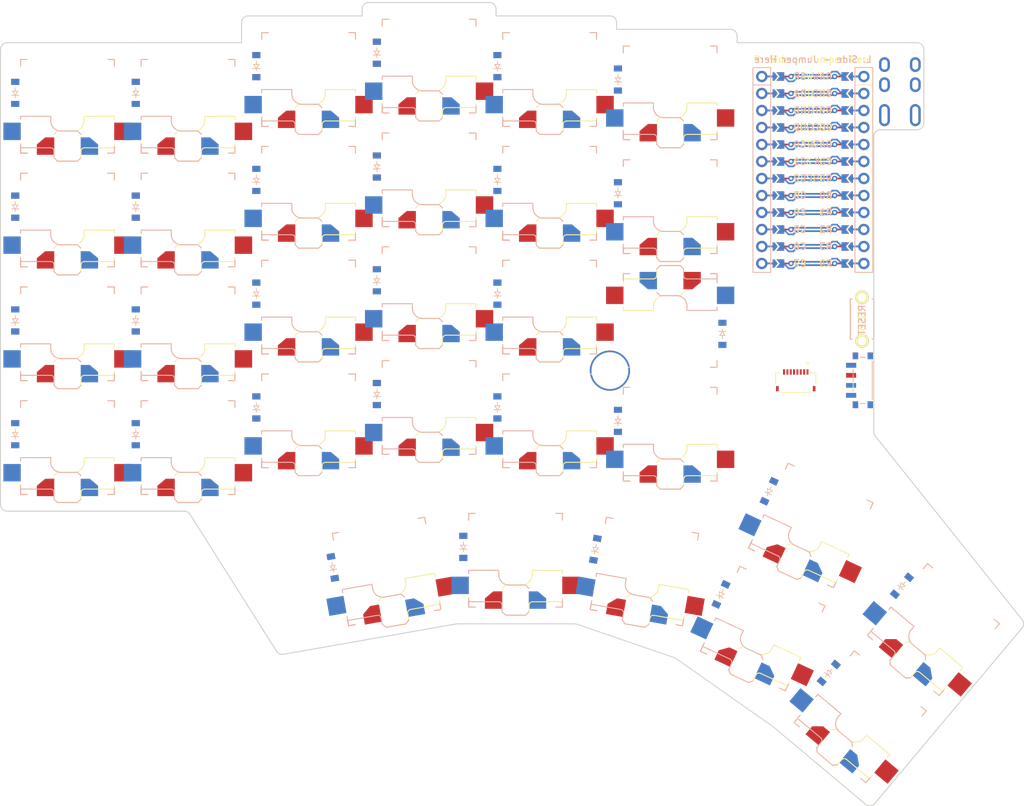
<source format=kicad_pcb>
(kicad_pcb (version 20221018) (generator pcbnew)
  (title_block (title "nib") (rev "v1.0.0") (company "Unknown"))
  (layers (0 "F.Cu" signal) (31 "B.Cu" signal) (34 "B.Paste" user) (35 "F.Paste" user) (36 "B.SilkS" user "B.Silkscreen") (37 "F.SilkS" user "F.Silkscreen") (38 "B.Mask" user) (39 "F.Mask" user) (44 "Edge.Cuts" user))
  (net 0 "")
  (net 1 "RAW")
  (net 2 "GND")
  (net 3 "RST")
  (net 4 "VCC")
  (net 5 "DATA")
  (net 6 "CLK")
  (net 7 "RESET")
  (net 8 "R0")
  (net 9 "R1")
  (net 10 "R2")
  (net 11 "R3")
  (net 12 "R4")
  (net 13 "SP")
  (net 14 "D1")
  (net 15 "C0")
  (net 16 "C1")
  (net 17 "C2")
  (net 18 "C3")
  (net 19 "C4")
  (net 20 "C5")
  (net 21 "C6")
  (net 22 "C7")
  (net 23 "MCU1_24")
  (net 24 "MCU1_1")
  (net 25 "MCU1_23")
  (net 26 "MCU1_2")
  (net 27 "MCU1_22")
  (net 28 "MCU1_3")
  (net 29 "MCU1_21")
  (net 30 "MCU1_4")
  (net 31 "MCU1_20")
  (net 32 "MCU1_5")
  (net 33 "MCU1_19")
  (net 34 "MCU1_6")
  (net 35 "MCU1_18")
  (net 36 "MCU1_7")
  (net 37 "MCU1_17")
  (net 38 "MCU1_8")
  (net 39 "MCU1_16")
  (net 40 "MCU1_9")
  (net 41 "MCU1_15")
  (net 42 "MCU1_10")
  (net 43 "MCU1_14")
  (net 44 "MCU1_11")
  (net 45 "MCU1_13")
  (net 46 "MCU1_12")
  (net 47 "pinky2_bottom")
  (net 48 "pinky2_home")
  (net 49 "pinky2_top")
  (net 50 "pinky2_num")
  (net 51 "pinky_bottom")
  (net 52 "pinky_home")
  (net 53 "pinky_top")
  (net 54 "pinky_num")
  (net 55 "ring_bottom")
  (net 56 "ring_home")
  (net 57 "ring_top")
  (net 58 "ring_num")
  (net 59 "middle_bottom")
  (net 60 "middle_home")
  (net 61 "middle_top")
  (net 62 "middle_num")
  (net 63 "index_bottom")
  (net 64 "index_home")
  (net 65 "index_top")
  (net 66 "index_num")
  (net 67 "inner_bottom")
  (net 68 "inner_home")
  (net 69 "inner_top")
  (net 70 "inner_num")
  (net 71 "inner2_bottom")
  (net 72 "home_bottom")
  (net 73 "outer_bottom")
  (net 74 "outer_top")
  (net 75 "outer2_bottom")
  (net 76 "outer2_top")
  (net 77 "BAT_P")
  (footprint "kbd:ResetSW" (layer "F.Cu") (at 218.65 80.8 -90)
    (fp_text reference "B1" hide)
    (fp_text value "")
  )
  (footprint "ComboDiode" (layer "F.Cu") (at 224.606973 120.644528 50)
    (fp_text reference "D31" hide)
    (fp_text value "" hide)
  )
  (footprint "ComboDiode" (layer "F.Cu") (at 146.2 58 90)
    (fp_text reference "D15" hide)
    (fp_text value "" hide)
  )
  (footprint "ComboDiode" (layer "F.Cu") (at 146.2 41 90)
    (fp_text reference "D16" hide)
    (fp_text value "" hide)
  )
  (footprint "PG1350" (layer "F.Cu") (at 118 49 180)
    (fp_text reference "S8" hide)
    (fp_text value "")
  )
  (footprint "ComboDiode" (layer "F.Cu") (at 110.2 98 90)
    (fp_text reference "D5" hide)
    (fp_text value "" hide)
  )
  (footprint "PG1350" (layer "F.Cu") (at 166.908394 116.833037 180)
    (fp_text reference "S26" hide)
    (fp_text value "")
  )
  (footprint "ComboDiode" (layer "F.Cu") (at 128.2 77 90)
    (fp_text reference "D10" hide)
    (fp_text value "" hide)
  )
  (footprint "ComboDiode" (layer "F.Cu") (at 182.2 62 90)
    (fp_text reference "D23" hide)
    (fp_text value "" hide)
  )
  (footprint "PG1350" (layer "F.Cu") (at 100 100 180)
    (fp_text reference "S1" hide)
    (fp_text value "")
  )
  (footprint "PG1350" (layer "F.Cu") (at 210.997235 111.632374 155)
    (fp_text reference "S29" hide)
    (fp_text value "")
  )
  (footprint "ComboDiode" (layer "F.Cu") (at 159.108393 114.833037 90)
    (fp_text reference "D26" hide)
    (fp_text value "" hide)
  )
  (footprint "PG1350" (layer "F.Cu") (at 136 62 180)
    (fp_text reference "S11" hide)
    (fp_text value "")
  )
  (footprint "ComboDiode" (layer "F.Cu") (at 92.2 81 90)
    (fp_text reference "D2" hide)
    (fp_text value "" hide)
  )
  (footprint "PG1350" (layer "F.Cu") (at 172 96 180)
    (fp_text reference "S17" hide)
    (fp_text value "")
  )
  (footprint "PG1350" (layer "F.Cu") (at 136 96 180)
    (fp_text reference "S9" hide)
    (fp_text value "")
  )
  (footprint "PG1350" (layer "F.Cu") (at 190 81)
    (fp_text reference "S22" hide)
    (fp_text value "")
  )
  (footprint "HRS_FH34SRJ-8S-0.5SH_50_" (layer "F.Cu") (at 208.75 89.95)
    (fp_text reference "DISP1" hide)
    (fp_text value "HRS_FH34SRJ-8S-0.5SH_50_")
  )
  (footprint "ComboDiode" (layer "F.Cu") (at 182.2 45 90)
    (fp_text reference "D24" hide)
    (fp_text value "" hide)
  )
  (footprint "ComboDiode" (layer "F.Cu") (at 164.2 77 90)
    (fp_text reference "D18" hide)
    (fp_text value "" hide)
  )
  (footprint "PG1350" (layer "F.Cu") (at 136 45 180)
    (fp_text reference "S12" hide)
    (fp_text value "")
  )
  (footprint "PG1350" (layer "F.Cu") (at 190 47 180)
    (fp_text reference "S24" hide)
    (fp_text value "")
  )
  (footprint "ComboDiode" (layer "F.Cu") (at 139.628878 117.902097 100)
    (fp_text reference "D25" hide)
    (fp_text value "" hide)
  )
  (footprint "Screw_Hole" (layer "F.Cu") (at 200.26 41.39)
    (fp_text reference "H3" hide)
    (fp_text value "")
  )
  (footprint "ComboDiode" (layer "F.Cu") (at 164.2 43 90)
    (fp_text reference "D20" hide)
    (fp_text value "" hide)
  )
  (footprint "ComboDiode" (layer "F.Cu") (at 128.2 43 90)
    (fp_text reference "D12" hide)
    (fp_text value "" hide)
  )
  (footprint "PG1350" (layer "F.Cu") (at 136 79 180)
    (fp_text reference "S10" hide)
    (fp_text value "")
  )
  (footprint "Screw_Hole" (layer "F.Cu") (at 109 41.35)
    (fp_text reference "H1" hide)
    (fp_text value "")
  )
  (footprint "ComboDiode" (layer "F.Cu") (at 110.2 81 90)
    (fp_text reference "D6" hide)
    (fp_text value "" hide)
  )
  (footprint "nice_nano" (layer "F.Cu") (at 211.3 57.25)
    (fp_text reference "MCU1" hide)
    (fp_text value "")
  )
  (footprint "ComboDiode" (layer "F.Cu") (at 92.2 98 90)
    (fp_text reference "D1" hide)
    (fp_text value "" hide)
  )
  (footprint "ComboDiode" (layer "F.Cu") (at 128.2 60 90)
    (fp_text reference "D11" hide)
    (fp_text value "" hide)
  )
  (footprint "PG1350" (layer "F.Cu") (at 100 49 180)
    (fp_text reference "S4" hide)
    (fp_text value "")
  )
  (footprint "PG1350" (layer "F.Cu") (at 172 62 180)
    (fp_text reference "S19" hide)
    (fp_text value "")
  )
  (footprint "PG1350" (layer "F.Cu") (at 118 66 180)
    (fp_text reference "S7" hide)
    (fp_text value "")
  )
  (footprint "PG1350" (layer "F.Cu") (at 118 83 180)
    (fp_text reference "S6" hide)
    (fp_text value "")
  )
  (footprint "ComboDiode" (layer "F.Cu") (at 146.2 92 90)
    (fp_text reference "D13" hide)
    (fp_text value "" hide)
  )
  (footprint "PG1350" (layer "F.Cu") (at 154 60 180)
    (fp_text reference "S15" hide)
    (fp_text value "")
  )
  (footprint "ComboDiode" (layer "F.Cu") (at 164.2 60 90)
    (fp_text reference "D19" hide)
    (fp_text value "" hide)
  )
  (footprint "PG1350" (layer "F.Cu") (at 172 79 180)
    (fp_text reference "S18" hide)
    (fp_text value "")
  )
  (footprint "power_switch" (layer "F.Cu") (at 218.75 89.95)
    (fp_text reference "SW1" hide)
    (fp_text value "")
  )
  (footprint "ComboDiode" (layer "F.Cu") (at 182.2 96 90)
    (fp_text reference "D21" hide)
    (fp_text value "" hide)
  )
  (footprint "PG1350" (layer "F.Cu") (at 190 98 180)
    (fp_text reference "S21" hide)
    (fp_text value "")
  )
  (footprint "ComboDiode" (layer "F.Cu") (at 92.2 47 90)
    (fp_text reference "D4" hide)
    (fp_text value "" hide)
  )
  (footprint "ComboDiode" (layer "F.Cu") (at 197.8 83 -90)
    (fp_text reference "D22" hide)
    (fp_text value "" hide)
  )
  (footprint "ComboDiode" (layer "F.Cu") (at 204.773271 106.523336 65)
    (fp_text reference "D29" hide)
    (fp_text value "" hide)
  )
  (footprint "ComboDiode" (layer "F.Cu") (at 146.2 75 90)
    (fp_text reference "D14" hide)
    (fp_text value "" hide)
  )
  (footprint "PG1350" (layer "F.Cu") (at 154 77 180)
    (fp_text reference "S14" hide)
    (fp_text value "")
  )
  (footprint "ComboDiode" (layer "F.Cu") (at 110.2 64 90)
    (fp_text reference "D7" hide)
    (fp_text value "" hide)
  )
  (footprint "PG1350" (layer "F.Cu") (at 118 100 180)
    (fp_text reference "S5" hide)
    (fp_text value "")
  )
  (footprint "PG1350" (layer "F.Cu") (at 154 43 180)
    (fp_text reference "S16" hide)
    (fp_text value "")
  )
  (footprint "PG1350" (layer "F.Cu") (at 172 45 180)
    (fp_text reference "S20" hide)
    (fp_text value "")
  )
  (footprint "trackpoint_mount_t430" (layer "F.Cu") (at 181 88.5 45)
    (fp_text reference "TP1" hide)
    (fp_text value "")
  )
  (footprint "PG1350" (layer "F.Cu") (at 229.296545 127.19036 140)
    (fp_text reference "S31" hide)
    (fp_text value "")
  )
  (footprint "Screw_Hole" (layer "F.Cu") (at 226.596419 109.058745 -25)
    (fp_text reference "H4" hide)
    (fp_text value "")
  )
  (footprint "PG1350" (layer "F.Cu") (at 203.812724 127.039606 155)
    (fp_text reference "S28" hide)
    (fp_text value "")
  )
  (footprint "ComboDiode" (layer "F.Cu") (at 197.58876 121.930569 65)
    (fp_text reference "D28" hide)
    (fp_text value "" hide)
  )
  (footprint "ComboDiode" (layer "F.Cu") (at 110.2 47 90)
    (fp_text reference "D8" hide)
    (fp_text value "" hide)
  )
  (footprint "ceoloide:TRRS-PJ-320A-dual (reversible, symmetric)" (layer "F.Cu") (at 226.6 39.575)
    (fp_text reference "TRRS1" hide)
    (fp_text value "TRRS-PJ-320A-dual")
  )
  (footprint "PG1350" (layer "F.Cu") (at 147.657675 118.517257 -170)
    (fp_text reference "S25" hide)
    (fp_text value "")
  )
  (footprint "PG1350" (layer "F.Cu") (at 100 83 180)
    (fp_text reference "S2" hide)
    (fp_text value "")
  )
  (footprint "ComboDiode" (layer "F.Cu") (at 178.824908 115.193186 80)
    (fp_text reference "D27" hide)
    (fp_text value "" hide)
  )
  (footprint "ComboDiode" (layer "F.Cu") (at 92.2 64 90)
    (fp_text reference "D3" hide)
    (fp_text value "" hide)
  )
  (footprint "PG1350" (layer "F.Cu") (at 100 66 180)
    (fp_text reference "S3" hide)
    (fp_text value "")
  )
  (footprint "PG1350" (layer "F.Cu") (at 154 94 180)
    (fp_text reference "S13" hide)
    (fp_text value "")
  )
  (footprint "ComboDiode" (layer "F.Cu") (at 128.2 94 90)
    (fp_text reference "D9" hide)
    (fp_text value "" hide)
  )
  (footprint "ComboDiode" (layer "F.Cu") (at 164.2 94 90)
    (fp_text reference "D17" hide)
    (fp_text value "" hide)
  )
  (footprint "PG1350" (layer "F.Cu") (at 218.369155 140.213115 140)
    (fp_text reference "S30" hide)
    (fp_text value "")
  )
  (footprint "ComboDiode" (layer "F.Cu") (at 213.679584 133.667283 50)
    (fp_text reference "D30" hide)
    (fp_text value "" hide)
  )
  (footprint "PG1350" (layer "F.Cu") (at 190 64 180)
    (fp_text reference "S23" hide)
    (fp_text value "")
  )
  (footprint "PG1350" (layer "F.Cu") (at 186.159112 118.517257 170)
    (fp_text reference "S27" hide)
    (fp_text value "")
  )
  (footprint "Screw_Hole" (layer "F.Cu") (at 121.6 111)
    (fp_text reference "H2" hide)
    (fp_text value "")
  )
  (gr_line (start 200 39.5) (end 200 38.5) (stroke (width 0.15)) (layer "Edge.Cuts"))
  (gr_arc (start 227.8725 51.5075) (mid 227.579607 52.214607) (end 226.8725 52.5075) (stroke (width 0.15)) (layer "Edge.Cuts"))
  (gr_line (start 242.536901 126.968355) (end 220.565905 153.152369) (stroke (width 0.15)) (layer "Edge.Cuts"))
  (gr_line (start 199 37.5) (end 182 37.5) (stroke (width 0.15)) (layer "Edge.Cuts"))
  (gr_arc (start 117.44889 109.499999) (mid 117.931555 109.624194) (end 118.294331 109.96593) (stroke (width 0.15)) (layer "Edge.Cuts"))
  (gr_arc (start 205.333217 141.680818) (mid 205.367714 141.706177) (end 205.401093 141.732989) (stroke (width 0.15)) (layer "Edge.Cuts"))
  (gr_arc (start 226.8725 39.5) (mid 227.579607 39.792893) (end 227.8725 40.5) (stroke (width 0.15)) (layer "Edge.Cuts"))
  (gr_line (start 126 39.5) (end 126 36.5) (stroke (width 0.15)) (layer "Edge.Cuts"))
  (gr_arc (start 91 109.5) (mid 90.292893 109.207107) (end 90 108.5) (stroke (width 0.15)) (layer "Edge.Cuts"))
  (gr_line (start 91 109.5) (end 117.44889 109.5) (stroke (width 0.15)) (layer "Edge.Cuts"))
  (gr_arc (start 132.241286 130.882432) (mid 131.663373 130.811999) (end 131.222629 130.431619) (stroke (width 0.15)) (layer "Edge.Cuts"))
  (gr_line (start 227.8725 40.5) (end 227.8725 51.5075) (stroke (width 0.15)) (layer "Edge.Cuts"))
  (gr_arc (start 144 34.5) (mid 144.292893 33.792893) (end 145 33.5) (stroke (width 0.15)) (layer "Edge.Cuts"))
  (gr_line (start 181 35.5) (end 164 35.5) (stroke (width 0.15)) (layer "Edge.Cuts"))
  (gr_line (start 220.4 97.64933) (end 220.4 53.5075) (stroke (width 0.15)) (layer "Edge.Cuts"))
  (gr_arc (start 163 33.5) (mid 163.707107 33.792893) (end 164 34.5) (stroke (width 0.15)) (layer "Edge.Cuts"))
  (gr_line (start 226.8725 52.5075) (end 221.4 52.5075) (stroke (width 0.15)) (layer "Edge.Cuts"))
  (gr_line (start 158.022445 126.348154) (end 132.241287 130.882433) (stroke (width 0.15)) (layer "Edge.Cuts"))
  (gr_line (start 220.619008 98.273871) (end 242.551849 125.701027) (stroke (width 0.15)) (layer "Edge.Cuts"))
  (gr_line (start 90 108.5) (end 90 40.5) (stroke (width 0.15)) (layer "Edge.Cuts"))
  (gr_arc (start 220.565904 153.152369) (mid 219.887016 153.505776) (end 219.157073 153.275626) (stroke (width 0.15)) (layer "Edge.Cuts"))
  (gr_line (start 175.708394 126.333037) (end 158.195662 126.333037) (stroke (width 0.15)) (layer "Edge.Cuts"))
  (gr_line (start 144 35.5) (end 144 34.5) (stroke (width 0.15)) (layer "Edge.Cuts"))
  (gr_line (start 176.040108 126.379556) (end 175.708394 126.333037) (stroke (width 0.15)) (layer "Edge.Cuts"))
  (gr_arc (start 242.551848 125.701028) (mid 242.770786 126.337362) (end 242.536901 126.968355) (stroke (width 0.15)) (layer "Edge.Cuts"))
  (gr_arc (start 220.4 53.5075) (mid 220.692893 52.800393) (end 221.4 52.5075) (stroke (width 0.15)) (layer "Edge.Cuts"))
  (gr_arc (start 181 35.5) (mid 181.707107 35.792893) (end 182 36.5) (stroke (width 0.15)) (layer "Edge.Cuts"))
  (gr_line (start 164 35.5) (end 164 34.5) (stroke (width 0.15)) (layer "Edge.Cuts"))
  (gr_arc (start 126 36.5) (mid 126.292893 35.792893) (end 127 35.5) (stroke (width 0.15)) (layer "Edge.Cuts"))
  (gr_line (start 163 33.5) (end 145 33.5) (stroke (width 0.15)) (layer "Edge.Cuts"))
  (gr_arc (start 158.022445 126.348153) (mid 158.108724 126.336823) (end 158.195662 126.333037) (stroke (width 0.15)) (layer "Edge.Cuts"))
  (gr_line (start 91 39.5) (end 126 39.5) (stroke (width 0.15)) (layer "Edge.Cuts"))
  (gr_line (start 190.600588 131.37729) (end 176.040108 126.379556) (stroke (width 0.15)) (layer "Edge.Cuts"))
  (gr_line (start 182 37.5) (end 182 36.5) (stroke (width 0.15)) (layer "Edge.Cuts"))
  (gr_line (start 205.333218 141.680818) (end 190.850852 131.50491) (stroke (width 0.15)) (layer "Edge.Cuts"))
  (gr_arc (start 90 40.5) (mid 90.292893 39.792893) (end 91 39.5) (stroke (width 0.15)) (layer "Edge.Cuts"))
  (gr_arc (start 220.619008 98.273871) (mid 220.456339 97.980244) (end 220.4 97.64933) (stroke (width 0.15)) (layer "Edge.Cuts"))
  (gr_line (start 144 35.5) (end 127 35.5) (stroke (width 0.15)) (layer "Edge.Cuts"))
  (gr_line (start 131.222629 130.431619) (end 118.294331 109.96593) (stroke (width 0.15)) (layer "Edge.Cuts"))
  (gr_line (start 200 39.5) (end 226.8725 39.5) (stroke (width 0.15)) (layer "Edge.Cuts"))
  (gr_arc (start 190.600588 131.37729) (mid 190.730224 131.432268) (end 190.850852 131.50491) (stroke (width 0.15)) (layer "Edge.Cuts"))
  (gr_line (start 219.157073 153.275626) (end 205.401093 141.732989) (stroke (width 0.15)) (layer "Edge.Cuts"))
  (gr_arc (start 199 37.5) (mid 199.707107 37.792893) (end 200 38.5) (stroke (width 0.15)) (layer "Edge.Cuts"))
  (segment (start 216.08 44.55) (end 214.56 44.55) (width 0.25) (layer "F.Cu") (net 1))
  (segment (start 214.31 44.8) (end 214.56 44.55) (width 0.25) (layer "B.Cu") (net 1))
  (segment (start 208.85 44.8) (end 214.31 44.8) (width 0.25) (layer "B.Cu") (net 1))
  (segment (start 207.69 45.28) (end 208.39 45.28) (width 0.25) (layer "B.Cu") (net 1))
  (segment (start 208.76 44.9) (end 208.76 44.89) (width 0.25) (layer "B.Cu") (net 1))
  (segment (start 208.76 44.89) (end 208.85 44.8) (width 0.25) (layer "B.Cu") (net 1))
  (segment (start 208.39 45.28) (end 208.76 44.9) (width 0.25) (layer "B.Cu") (net 1))
  (segment (start 206.96 44.55) (end 207.69 45.28) (width 0.25) (layer "B.Cu") (net 1))
  (segment (start 206.53 44.55) (end 206.96 44.55) (width 0.25) (layer "B.Cu") (net 1))
  (segment (start 216.08 47.09) (end 214.56 47.09) (width 0.25) (layer "F.Cu") (net 2))
  (segment (start 206.53 52.17) (end 208.04 52.17) (width 0.25) (layer "F.Cu") (net 2))
  (segment (start 206.53 49.63) (end 208.04 49.63) (width 0.25) (layer "F.Cu") (net 2))
  (segment (start 214.91 48.9) (end 214.21 48.9) (width 0.25) (layer "B.Cu") (net 2))
  (segment (start 214.21 51.44) (end 213.74 51.92) (width 0.25) (layer "B.Cu") (net 2))
  (segment (start 214.31 47.34) (end 214.56 47.09) (width 0.25) (layer "B.Cu") (net 2))
  (segment (start 208.76 47.43) (end 208.85 47.34) (width 0.25) (layer "B.Cu") (net 2))
  (segment (start 213.74 51.92) (end 208.29 51.92) (width 0.25) (layer "B.Cu") (net 2))
  (segment (start 216.08 52.17) (end 215.64 52.17) (width 0.25) (layer "B.Cu") (net 2))
  (segment (start 214.21 48.9) (end 213.74 49.38) (width 0.25) (layer "B.Cu") (net 2))
  (segment (start 208.29 51.92) (end 208.04 52.17) (width 0.25) (layer "B.Cu") (net 2))
  (segment (start 216.08 49.63) (end 215.64 49.63) (width 0.25) (layer "B.Cu") (net 2))
  (segment (start 208.85 47.34) (end 214.31 47.34) (width 0.25) (layer "B.Cu") (net 2))
  (segment (start 208.39 47.82) (end 208.76 47.44) (width 0.25) (layer "B.Cu") (net 2))
  (segment (start 208.29 49.38) (end 208.04 49.63) (width 0.25) (layer "B.Cu") (net 2))
  (segment (start 213.74 49.38) (end 208.29 49.38) (width 0.25) (layer "B.Cu") (net 2))
  (segment (start 207.69 47.82) (end 208.39 47.82) (width 0.25) (layer "B.Cu") (net 2))
  (segment (start 206.53 47.09) (end 206.96 47.09) (width 0.25) (layer "B.Cu") (net 2))
  (segment (start 215.64 49.63) (end 214.91 48.9) (width 0.25) (layer "B.Cu") (net 2))
  (segment (start 208.76 47.44) (end 208.76 47.43) (width 0.25) (layer "B.Cu") (net 2))
  (segment (start 214.91 51.44) (end 214.21 51.44) (width 0.25) (layer "B.Cu") (net 2))
  (segment (start 215.64 52.17) (end 214.91 51.44) (width 0.25) (layer "B.Cu") (net 2))
  (segment (start 206.96 47.09) (end 207.69 47.82) (width 0.25) (layer "B.Cu") (net 2))
  (segment (start 216.08 49.63) (end 214.56 49.63) (width 0.25) (layer "F.Cu") (net 3))
  (segment (start 208.76 49.98) (end 208.76 49.97) (width 0.25) (layer "B.Cu") (net 3))
  (segment (start 207.69 50.36) (end 208.39 50.36) (width 0.25) (layer "B.Cu") (net 3))
  (segment (start 208.39 50.36) (end 208.76 49.98) (width 0.25) (layer "B.Cu") (net 3))
  (segment (start 208.76 49.97) (end 208.85 49.88) (width 0.25) (layer "B.Cu") (net 3))
  (segment (start 208.85 49.88) (end 214.31 49.88) (width 0.25) (layer "B.Cu") (net 3))
  (segment (start 214.31 49.88) (end 214.56 49.63) (width 0.25) (layer "B.Cu") (net 3))
  (segment (start 206.53 49.63) (end 206.96 49.63) (width 0.25) (layer "B.Cu") (net 3))
  (segment (start 206.96 49.63) (end 207.69 50.36) (width 0.25) (layer "B.Cu") (net 3))
  (segment (start 216.08 52.17) (end 214.56 52.17) (width 0.25) (layer "F.Cu") (net 4))
  (segment (start 207.69 52.9) (end 208.39 52.9) (width 0.25) (layer "B.Cu") (net 4))
  (segment (start 208.39 52.9) (end 208.76 52.52) (width 0.25) (layer "B.Cu") (net 4))
  (segment (start 206.53 52.17) (end 206.96 52.17) (width 0.25) (layer "B.Cu") (net 4))
  (segment (start 206.96 52.17) (end 207.69 52.9) (width 0.25) (layer "B.Cu") (net 4))
  (segment (start 208.76 52.51) (end 208.85 52.42) (width 0.25) (layer "B.Cu") (net 4))
  (segment (start 208.76 52.52) (end 208.76 52.51) (width 0.25) (layer "B.Cu") (net 4))
  (segment (start 208.85 52.42) (end 214.31 52.42) (width 0.25) (layer "B.Cu") (net 4))
  (segment (start 214.31 52.42) (end 214.56 52.17) (width 0.25) (layer "B.Cu") (net 4))
  (segment (start 216.08 54.71) (end 214.56 54.71) (width 0.25) (layer "F.Cu") (net 5))
  (segment (start 208.76 55.06) (end 208.76 55.05) (width 0.25) (layer "B.Cu") (net 5))
  (segment (start 208.76 55.05) (end 208.85 54.96) (width 0.25) (layer "B.Cu") (net 5))
  (segment (start 207.69 55.44) (end 208.39 55.44) (width 0.25) (layer "B.Cu") (net 5))
  (segment (start 208.39 55.44) (end 208.76 55.06) (width 0.25) (layer "B.Cu") (net 5))
  (segment (start 208.85 54.96) (end 214.31 54.96) (width 0.25) (layer "B.Cu") (net 5))
  (segment (start 206.96 54.71) (end 207.69 55.44) (width 0.25) (layer "B.Cu") (net 5))
  (segment (start 214.31 54.96) (end 214.56 54.71) (width 0.25) (layer "B.Cu") (net 5))
  (segment (start 206.53 54.71) (end 206.96 54.71) (width 0.25) (layer "B.Cu") (net 5))
  (segment (start 216.08 57.25) (end 214.56 57.25) (width 0.25) (layer "F.Cu") (net 6))
  (segment (start 208.85 57.5) (end 214.31 57.5) (width 0.25) (layer "B.Cu") (net 6))
  (segment (start 206.53 57.25) (end 206.96 57.25) (width 0.25) (layer "B.Cu") (net 6))
  (segment (start 206.96 57.25) (end 207.69 57.98) (width 0.25) (layer "B.Cu") (net 6))
  (segment (start 214.31 57.5) (end 214.56 57.25) (width 0.25) (layer "B.Cu") (net 6))
  (segment (start 208.39 57.98) (end 208.76 57.6) (width 0.25) (layer "B.Cu") (net 6))
  (segment (start 208.76 57.6) (end 208.76 57.59) (width 0.25) (layer "B.Cu") (net 6))
  (segment (start 207.69 57.98) (end 208.39 57.98) (width 0.25) (layer "B.Cu") (net 6))
  (segment (start 208.76 57.59) (end 208.85 57.5) (width 0.25) (layer "B.Cu") (net 6))
  (segment (start 216.08 59.79) (end 214.56 59.79) (width 0.25) (layer "F.Cu") (net 7))
  (segment (start 207.69 60.52) (end 208.39 60.52) (width 0.25) (layer "B.Cu") (net 7))
  (segment (start 206.53 59.79) (end 206.96 59.79) (width 0.25) (layer "B.Cu") (net 7))
  (segment (start 208.76 60.14) (end 208.76 60.13) (width 0.25) (layer "B.Cu") (net 7))
  (segment (start 214.31 60.04) (end 214.56 59.79) (width 0.25) (layer "B.Cu") (net 7))
  (segment (start 208.76 60.13) (end 208.85 60.04) (width 0.25) (layer "B.Cu") (net 7))
  (segment (start 206.96 59.79) (end 207.69 60.52) (width 0.25) (layer "B.Cu") (net 7))
  (segment (start 208.85 60.04) (end 214.31 60.04) (width 0.25) (layer "B.Cu") (net 7))
  (segment (start 208.39 60.52) (end 208.76 60.14) (width 0.25) (layer "B.Cu") (net 7))
  (segment (start 216.08 62.33) (end 214.56 62.33) (width 0.25) (layer "F.Cu") (net 8))
  (segment (start 208.39 63.06) (end 208.76 62.68) (width 0.25) (layer "B.Cu") (net 8))
  (segment (start 207.69 63.06) (end 208.39 63.06) (width 0.25) (layer "B.Cu") (net 8))
  (segment (start 206.96 62.33) (end 207.69 63.06) (width 0.25) (layer "B.Cu") (net 8))
  (segment (start 208.85 62.58) (end 214.31 62.58) (width 0.25) (layer "B.Cu") (net 8))
  (segment (start 208.76 62.68) (end 208.76 62.67) (width 0.25) (layer "B.Cu") (net 8))
  (segment (start 206.53 62.33) (end 206.96 62.33) (width 0.25) (layer "B.Cu") (net 8))
  (segment (start 208.76 62.67) (end 208.85 62.58) (width 0.25) (layer "B.Cu") (net 8))
  (segment (start 214.31 62.58) (end 214.56 62.33) (width 0.25) (layer "B.Cu") (net 8))
  (segment (start 216.08 64.87) (end 214.56 64.87) (width 0.25) (layer "F.Cu") (net 9))
  (segment (start 207.69 65.6) (end 208.39 65.6) (width 0.25) (layer "B.Cu") (net 9))
  (segment (start 206.53 64.87) (end 206.96 64.87) (width 0.25) (layer "B.Cu") (net 9))
  (segment (start 206.96 64.87) (end 207.69 65.6) (width 0.25) (layer "B.Cu") (net 9))
  (segment (start 214.31 65.12) (end 214.56 64.87) (width 0.25) (layer "B.Cu") (net 9))
  (segment (start 208.76 65.21) (end 208.85 65.12) (width 0.25) (layer "B.Cu") (net 9))
  (segment (start 208.39 65.6) (end 208.76 65.22) (width 0.25) (layer "B.Cu") (net 9))
  (segment (start 208.85 65.12) (end 214.31 65.12) (width 0.25) (layer "B.Cu") (net 9))
  (segment (start 208.76 65.22) (end 208.76 65.21) (width 0.25) (layer "B.Cu") (net 9))
  (segment (start 216.08 67.41) (end 214.56 67.41) (width 0.25) (layer "F.Cu") (net 10))
  (segment (start 214.31 67.66) (end 214.56 67.41) (width 0.25) (layer "B.Cu") (net 10))
  (segment (start 208.76 67.76) (end 208.76 67.75) (width 0.25) (layer "B.Cu") (net 10))
  (segment (start 208.85 67.66) (end 214.31 67.66) (width 0.25) (layer "B.Cu") (net 10))
  (segment (start 208.76 67.75) (end 208.85 67.66) (width 0.25) (layer "B.Cu") (net 10))
  (segment (start 207.69 68.14) (end 208.39 68.14) (width 0.25) (layer "B.Cu") (net 10))
  (segment (start 206.53 67.41) (end 206.96 67.41) (width 0.25) (layer "B.Cu") (net 10))
  (segment (start 208.39 68.14) (end 208.76 67.76) (width 0.25) (layer "B.Cu") (net 10))
  (segment (start 206.96 67.41) (end 207.69 68.14) (width 0.25) (layer "B.Cu") (net 10))
  (segment (start 216.08 69.95) (end 214.56 69.95) (width 0.25) (layer "F.Cu") (net 11))
  (segment (start 214.31 70.2) (end 214.56 69.95) (width 0.25) (layer "B.Cu") (net 11))
  (segment (start 206.96 69.95) (end 207.69 70.68) (width 0.25) (layer "B.Cu") (net 11))
  (segment (start 208.76 70.3) (end 208.76 70.29) (width 0.25) (layer "B.Cu") (net 11))
  (segment (start 208.85 70.2) (end 214.31 70.2) (width 0.25) (layer "B.Cu") (net 11))
  (segment (start 206.53 69.95) (end 206.96 69.95) (width 0.25) (layer "B.Cu") (net 11))
  (segment (start 208.39 70.68) (end 208.76 70.3) (width 0.25) (layer "B.Cu") (net 11))
  (segment (start 208.76 70.29) (end 208.85 70.2) (width 0.25) (layer "B.Cu") (net 11))
  (segment (start 207.69 70.68) (end 208.39 70.68) (width 0.25) (layer "B.Cu") (net 11))
  (segment (start 216.08 72.49) (end 214.56 72.49) (width 0.25) (layer "F.Cu") (net 12))
  (segment (start 208.85 72.74) (end 214.31 72.74) (width 0.25) (layer "B.Cu") (net 12))
  (segment (start 206.53 72.49) (end 206.96 72.49) (width 0.25) (layer "B.Cu") (net 12))
  (segment (start 208.76 72.83) (end 208.85 72.74) (width 0.25) (layer "B.Cu") (net 12))
  (segment (start 207.69 73.22) (end 208.39 73.22) (width 0.25) (layer "B.Cu") (net 12))
  (segment (start 208.39 73.22) (end 208.76 72.84) (width 0.25) (layer "B.Cu") (net 12))
  (segment (start 206.96 72.49) (end 207.69 73.22) (width 0.25) (layer "B.Cu") (net 12))
  (segment (start 208.76 72.84) (end 208.76 72.83) (width 0.25) (layer "B.Cu") (net 12))
  (segment (start 214.31 72.74) (end 214.56 72.49) (width 0.25) (layer "B.Cu") (net 12))
  (segment (start 206.53 44.55) (end 208.04 44.55) (width 0.25) (layer "F.Cu") (net 13))
  (segment (start 208.29 44.3) (end 208.04 44.55) (width 0.25) (layer "B.Cu") (net 13))
  (segment (start 214.21 43.82) (end 213.74 44.3) (width 0.25) (layer "B.Cu") (net 13))
  (segment (start 215.64 44.55) (end 214.91 43.82) (width 0.25) (layer "B.Cu") (net 13))
  (segment (start 213.74 44.3) (end 208.29 44.3) (width 0.25) (layer "B.Cu") (net 13))
  (segment (start 214.91 43.82) (end 214.21 43.82) (width 0.25) (layer "B.Cu") (net 13))
  (segment (start 216.08 44.55) (end 215.64 44.55) (width 0.25) (layer "B.Cu") (net 13))
  (segment (start 206.53 47.09) (end 208.04 47.09) (width 0.25) (layer "F.Cu") (net 14))
  (segment (start 214.91 46.36) (end 214.21 46.36) (width 0.25) (layer "B.Cu") (net 14))
  (segment (start 215.64 47.09) (end 214.91 46.36) (width 0.25) (layer "B.Cu") (net 14))
  (segment (start 213.74 46.84) (end 208.29 46.84) (width 0.25) (layer "B.Cu") (net 14))
  (segment (start 208.29 46.84) (end 208.04 47.09) (width 0.25) (layer "B.Cu") (net 14))
  (segment (start 214.21 46.36) (end 213.74 46.84) (width 0.25) (layer "B.Cu") (net 14))
  (segment (start 216.08 47.09) (end 215.64 47.09) (width 0.25) (layer "B.Cu") (net 14))
  (segment (start 206.53 54.71) (end 208.04 54.71) (width 0.25) (layer "F.Cu") (net 15))
  (segment (start 214.91 53.98) (end 214.21 53.98) (width 0.25) (layer "B.Cu") (net 15))
  (segment (start 214.21 53.98) (end 213.74 54.46) (width 0.25) (layer "B.Cu") (net 15))
  (segment (start 216.08 54.71) (end 215.64 54.71) (width 0.25) (layer "B.Cu") (net 15))
  (segment (start 213.74 54.46) (end 208.29 54.46) (width 0.25) (layer "B.Cu") (net 15))
  (segment (start 215.64 54.71) (end 214.91 53.98) (width 0.25) (layer "B.Cu") (net 15))
  (segment (start 208.29 54.46) (end 208.04 54.71) (width 0.25) (layer "B.Cu") (net 15))
  (segment (start 206.53 57.25) (end 208.04 57.25) (width 0.25) (layer "F.Cu") (net 16))
  (segment (start 214.91 56.52) (end 214.21 56.52) (width 0.25) (layer "B.Cu") (net 16))
  (segment (start 213.74 57) (end 208.29 57) (width 0.25) (layer "B.Cu") (net 16))
  (segment (start 214.21 56.52) (end 213.74 57) (width 0.25) (layer "B.Cu") (net 16))
  (segment (start 208.29 57) (end 208.04 57.25) (width 0.25) (layer "B.Cu") (net 16))
  (segment (start 216.08 57.25) (end 215.64 57.25) (width 0.25) (layer "B.Cu") (net 16))
  (segment (start 215.64 57.25) (end 214.91 56.52) (width 0.25) (layer "B.Cu") (net 16))
  (segment (start 206.53 59.79) (end 208.04 59.79) (width 0.25) (layer "F.Cu") (net 17))
  (segment (start 213.74 59.54) (end 208.29 59.54) (width 0.25) (layer "B.Cu") (net 17))
  (segment (start 208.29 59.54) (end 208.04 59.79) (width 0.25) (layer "B.Cu") (net 17))
  (segment (start 215.64 59.79) (end 214.91 59.06) (width 0.25) (layer "B.Cu") (net 17))
  (segment (start 214.91 59.06) (end 214.21 59.06) (width 0.25) (layer "B.Cu") (net 17))
  (segment (start 216.08 59.79) (end 215.64 59.79) (width 0.25) (layer "B.Cu") (net 17))
  (segment (start 214.21 59.06) (end 213.74 59.54) (width 0.25) (layer "B.Cu") (net 17))
  (segment (start 206.53 62.33) (end 208.04 62.33) (width 0.25) (layer "F.Cu") (net 18))
  (segment (start 216.08 62.33) (end 215.64 62.33) (width 0.25) (layer "B.Cu") (net 18))
  (segment (start 208.29 62.08) (end 208.04 62.33) (width 0.25) (layer "B.Cu") (net 18))
  (segment (start 215.64 62.33) (end 214.91 61.6) (width 0.25) (layer "B.Cu") (net 18))
  (segment (start 213.74 62.08) (end 208.29 62.08) (width 0.25) (layer "B.Cu") (net 18))
  (segment (start 214.91 61.6) (end 214.21 61.6) (width 0.25) (layer "B.Cu") (net 18))
  (segment (start 214.21 61.6) (end 213.74 62.08) (width 0.25) (layer "B.Cu") (net 18))
  (segment (start 206.53 64.87) (end 208.04 64.87) (width 0.25) (layer "F.Cu") (net 19))
  (segment (start 214.21 64.14) (end 213.74 64.62) (width 0.25) (layer "B.Cu") (net 19))
  (segment (start 208.29 64.62) (end 208.04 64.87) (width 0.25) (layer "B.Cu") (net 19))
  (segment (start 215.64 64.87) (end 214.91 64.14) (width 0.25) (layer "B.Cu") (net 19))
  (segment (start 213.74 64.62) (end 208.29 64.62) (width 0.25) (layer "B.Cu") (net 19))
  (segment (start 214.91 64.14) (end 214.21 64.14) (width 0.25) (layer "B.Cu") (net 19))
  (segment (start 216.08 64.87) (end 215.64 64.87) (width 0.25) (layer "B.Cu") (net 19))
  (segment (start 206.53 67.41) (end 208.04 67.41) (width 0.25) (layer "F.Cu") (net 20))
  (segment (start 214.21 66.68) (end 213.74 67.16) (width 0.25) (layer "B.Cu") (net 20))
  (segment (start 216.08 67.41) (end 215.64 67.41) (width 0.25) (layer "B.Cu") (net 20))
  (segment (start 214.91 66.68) (end 214.21 66.68) (width 0.25) (layer "B.Cu") (net 20))
  (segment (start 208.29 67.16) (end 208.04 67.41) (width 0.25) (layer "B.Cu") (net 20))
  (segment (start 213.74 67.16) (end 208.29 67.16) (width 0.25) (layer "B.Cu") (net 20))
  (segment (start 215.64 67.41) (end 214.91 66.68) (width 0.25) (layer "B.Cu") (net 20))
  (segment (start 206.53 69.95) (end 208.04 69.95) (width 0.25) (layer "F.Cu") (net 21))
  (segment (start 216.08 69.95) (end 215.64 69.95) (width 0.25) (layer "B.Cu") (net 21))
  (segment (start 214.21 69.22) (end 213.74 69.7) (width 0.25) (layer "B.Cu") (net 21))
  (segment (start 215.64 69.95) (end 214.91 69.22) (width 0.25) (layer "B.Cu") (net 21))
  (segment (start 213.74 69.7) (end 208.29 69.7) (width 0.25) (layer "B.Cu") (net 21))
  (segment (start 214.91 69.22) (end 214.21 69.22) (width 0.25) (layer "B.Cu") (net 21))
  (segment (start 208.29 69.7) (end 208.04 69.95) (width 0.25) (layer "B.Cu") (net 21))
  (segment (start 206.53 72.49) (end 208.04 72.49) (width 0.25) (layer "F.Cu") (net 22))
  (segment (start 215.64 72.49) (end 214.91 71.76) (width 0.25) (layer "B.Cu") (net 22))
  (segment (start 214.21 71.76) (end 213.74 72.24) (width 0.25) (layer "B.Cu") (net 22))
  (segment (start 216.08 72.49) (end 215.64 72.49) (width 0.25) (layer "B.Cu") (net 22))
  (segment (start 208.29 72.24) (end 208.04 72.49) (width 0.25) (layer "B.Cu") (net 22))
  (segment (start 213.74 72.24) (end 208.29 72.24) (width 0.25) (layer "B.Cu") (net 22))
  (segment (start 214.91 71.76) (end 214.21 71.76) (width 0.25) (layer "B.Cu") (net 22))
  (segment (start 203.68 44.55) (end 205.8 44.55) (width 0.25) (layer "F.Cu") (net 23))
  (segment (start 203.68 44.55) (end 205.8 44.55) (width 0.25) (layer "B.Cu") (net 23))
  (segment (start 216.8 44.55) (end 218.92 44.55) (width 0.25) (layer "F.Cu") (net 24))
  (segment (start 218.92 44.55) (end 216.8 44.55) (width 0.25) (layer "B.Cu") (net 24))
  (segment (start 203.68 47.09) (end 205.8 47.09) (width 0.25) (layer "F.Cu") (net 25))
  (segment (start 203.68 47.09) (end 205.8 47.09) (width 0.25) (layer "B.Cu") (net 25))
  (segment (start 216.8 47.09) (end 218.92 47.09) (width 0.25) (layer "F.Cu") (net 26))
  (segment (start 218.92 47.09) (end 216.8 47.09) (width 0.25) (layer "B.Cu") (net 26))
  (segment (start 203.68 49.63) (end 205.8 49.63) (width 0.25) (layer "F.Cu") (net 27))
  (segment (start 203.68 49.63) (end 205.8 49.63) (width 0.25) (layer "B.Cu") (net 27))
  (segment (start 216.8 49.63) (end 218.92 49.63) (width 0.25) (layer "F.Cu") (net 28))
  (segment (start 218.92 49.63) (end 216.8 49.63) (width 0.25) (layer "B.Cu") (net 28))
  (segment (start 203.68 52.17) (end 205.8 52.17) (width 0.25) (layer "F.Cu") (net 29))
  (segment (start 203.68 52.17) (end 205.8 52.17) (width 0.25) (layer "B.Cu") (net 29))
  (segment (start 216.8 52.17) (end 218.92 52.17) (width 0.25) (layer "F.Cu") (net 30))
  (segment (start 218.92 52.17) (end 216.8 52.17) (width 0.25) (layer "B.Cu") (net 30))
  (segment (start 203.68 54.71) (end 205.8 54.71) (width 0.25) (layer "F.Cu") (net 31))
  (segment (start 203.68 54.71) (end 205.8 54.71) (width 0.25) (layer "B.Cu") (net 31))
  (segment (start 216.8 54.71) (end 218.92 54.71) (width 0.25) (layer "F.Cu") (net 32))
  (segment (start 218.92 54.71) (end 216.8 54.71) (width 0.25) (layer "B.Cu") (net 32))
  (segment (start 203.68 57.25) (end 205.8 57.25) (width 0.25) (layer "F.Cu") (net 33))
  (segment (start 203.68 57.25) (end 205.8 57.25) (width 0.25) (layer "B.Cu") (net 33))
  (segment (start 216.8 57.25) (end 218.92 57.25) (width 0.25) (layer "F.Cu") (net 34))
  (segment (start 218.92 57.25) (end 216.8 57.25) (width 0.25) (layer "B.Cu") (net 34))
  (segment (start 203.68 59.79) (end 205.8 59.79) (width 0.25) (layer "F.Cu") (net 35))
  (segment (start 203.68 59.79) (end 205.8 59.79) (width 0.25) (layer "B.Cu") (net 35))
  (segment (start 216.8 59.79) (end 218.92 59.79) (width 0.25) (layer "F.Cu") (net 36))
  (segment (start 218.92 59.79) (end 216.8 59.79) (width 0.25) (layer "B.Cu") (net 36))
  (segment (start 203.68 62.33) (end 205.8 62.33) (width 0.25) (layer "F.Cu") (net 37))
  (segment (start 203.68 62.33) (end 205.8 62.33) (width 0.25) (layer "B.Cu") (net 37))
  (segment (start 216.8 62.33) (end 218.92 62.33) (width 0.25) (layer "F.Cu") (net 38))
  (segment (start 218.92 62.33) (end 216.8 62.33) (width 0.25) (layer "B.Cu") (net 38))
  (segment (start 203.68 64.87) (end 205.8 64.87) (width 0.25) (layer "F.Cu") (net 39))
  (segment (start 203.68 64.87) (end 205.8 64.87) (width 0.25) (layer "B.Cu") (net 39))
  (segment (start 216.8 64.87) (end 218.92 64.87) (width 0.25) (layer "F.Cu") (net 40))
  (segment (start 218.92 64.87) (end 216.8 64.87) (width 0.25) (layer "B.Cu") (net 40))
  (segment (start 203.68 67.41) (end 205.8 67.41) (width 0.25) (layer "F.Cu") (net 41))
  (segment (start 203.68 67.41) (end 205.8 67.41) (width 0.25) (layer "B.Cu") (net 41))
  (segment (start 216.8 67.41) (end 218.92 67.41) (width 0.25) (layer "F.Cu") (net 42))
  (segment (start 218.92 67.41) (end 216.8 67.41) (width 0.25) (layer "B.Cu") (net 42))
  (segment (start 203.68 69.95) (end 205.8 69.95) (width 0.25) (layer "F.Cu") (net 43))
  (segment (start 203.68 69.95) (end 205.8 69.95) (width 0.25) (layer "B.Cu") (net 43))
  (segment (start 216.8 69.95) (end 218.92 69.95) (width 0.25) (layer "F.Cu") (net 44))
  (segment (start 218.92 69.95) (end 216.8 69.95) (width 0.25) (layer "B.Cu") (net 44))
  (segment (start 203.68 72.49) (end 205.8 72.49) (width 0.25) (layer "F.Cu") (net 45))
  (segment (start 203.68 72.49) (end 205.8 72.49) (width 0.25) (layer "B.Cu") (net 45))
  (segment (start 216.8 72.49) (end 218.92 72.49) (width 0.25) (layer "F.Cu") (net 46))
  (segment (start 218.92 72.49) (end 216.8 72.49) (width 0.25) (layer "B.Cu") (net 46))
)
</source>
